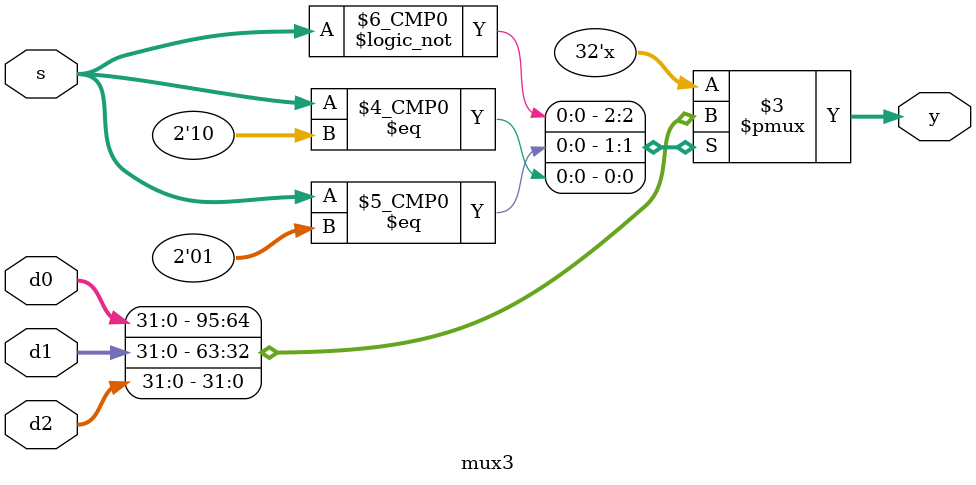
<source format=v>

module mux3(s, d0, d1, d2, y);
    parameter bitwidth=32;
    input  [1:0]          s;
    input  [bitwidth-1:0] d0, d1, d2;
    output [bitwidth-1:0] y;
    reg    [bitwidth-1:0] y;

    always @(d0 or d1 or d2 or s) 
        case ( s)
           2'd0 : y = d0;
	    2'd1 : y = d1;
	    2'd2 : y = d2;
           default : y = {bitwidth{1'bx}};
       endcase
endmodule

</source>
